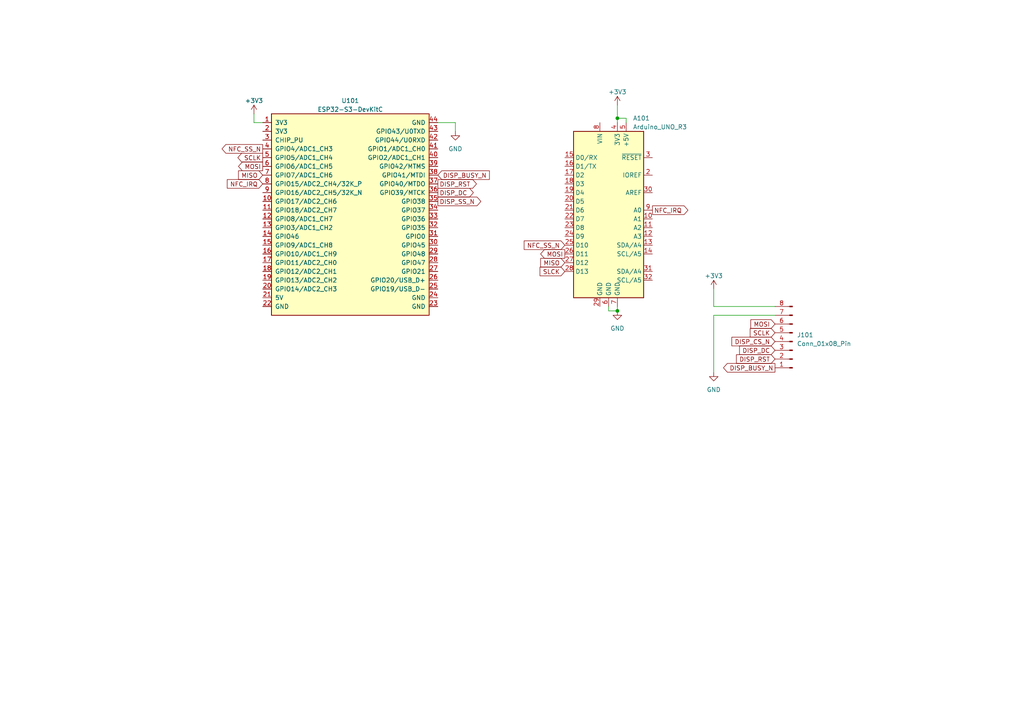
<source format=kicad_sch>
(kicad_sch (version 20230121) (generator eeschema)
  (paper "A4")
  (title_block (title "FabReader2 Prototype") (date "2023-02-21") (rev "0.1") (company "RLKM UG (haftungsbeschränkt)") (comment 1 "Autoren: Kai Kriegel"))
  (lib_symbols
    (symbol "Connector:Conn_01x08_Pin" (pin_names (offset 1.016) hide)
      (property "Reference" "J" (at 0 10.16 0))
      (property "Value" "Conn_01x08_Pin" (at 0 -12.7 0))
      (symbol "Conn_01x08_Pin_1_1"
        (polyline (pts (xy 1.27 -10.16) (xy 0.8636 -10.16)) (stroke (width 0.1524)))
        (polyline (pts (xy 1.27 -7.62) (xy 0.8636 -7.62)) (stroke (width 0.1524)))
        (polyline (pts (xy 1.27 -5.08) (xy 0.8636 -5.08)) (stroke (width 0.1524)))
        (polyline (pts (xy 1.27 -2.54) (xy 0.8636 -2.54)) (stroke (width 0.1524)))
        (polyline (pts (xy 1.27 0) (xy 0.8636 0)) (stroke (width 0.1524)))
        (polyline (pts (xy 1.27 2.54) (xy 0.8636 2.54)) (stroke (width 0.1524)))
        (polyline (pts (xy 1.27 5.08) (xy 0.8636 5.08)) (stroke (width 0.1524)))
        (polyline (pts (xy 1.27 7.62) (xy 0.8636 7.62)) (stroke (width 0.1524)))
        (rectangle (start 0.8636 -10.033) (end 0 -10.287) (stroke (width 0.1524)) (fill (type outline)))
        (rectangle (start 0.8636 -7.493) (end 0 -7.747) (stroke (width 0.1524)) (fill (type outline)))
        (rectangle (start 0.8636 -4.953) (end 0 -5.207) (stroke (width 0.1524)) (fill (type outline)))
        (rectangle (start 0.8636 -2.413) (end 0 -2.667) (stroke (width 0.1524)) (fill (type outline)))
        (rectangle (start 0.8636 0.127) (end 0 -0.127) (stroke (width 0.1524)) (fill (type outline)))
        (rectangle (start 0.8636 2.667) (end 0 2.413) (stroke (width 0.1524)) (fill (type outline)))
        (rectangle (start 0.8636 5.207) (end 0 4.953) (stroke (width 0.1524)) (fill (type outline)))
        (rectangle (start 0.8636 7.747) (end 0 7.493) (stroke (width 0.1524)) (fill (type outline)))
        (pin passive line (at 5.08 7.62 180) (length 3.81) (name "Pin_1") (number "1"))
        (pin passive line (at 5.08 5.08 180) (length 3.81) (name "Pin_2") (number "2"))
        (pin passive line (at 5.08 2.54 180) (length 3.81) (name "Pin_3") (number "3"))
        (pin passive line (at 5.08 0 180) (length 3.81) (name "Pin_4") (number "4"))
        (pin passive line (at 5.08 -2.54 180) (length 3.81) (name "Pin_5") (number "5"))
        (pin passive line (at 5.08 -5.08 180) (length 3.81) (name "Pin_6") (number "6"))
        (pin passive line (at 5.08 -7.62 180) (length 3.81) (name "Pin_7") (number "7"))
        (pin passive line (at 5.08 -10.16 180) (length 3.81) (name "Pin_8") (number "8"))
      )
    )
    (symbol "Espressif:ESP32-S3-DevKitC" (pin_names (offset 1.016))
      (property "Reference" "U" (at -22.86 33.02 0))
      (property "Value" "ESP32-S3-DevKitC" (at -22.86 30.48 0))
      (symbol "ESP32-S3-DevKitC_0_0"
        (pin bidirectional line (at -25.4 -7.62 0) (length 2.54) (name "GPIO46") (number "14"))
        (pin bidirectional line (at -25.4 -20.32 0) (length 2.54) (name "GPIO13/ADC2_CH2") (number "19"))
        (pin power_in line (at -25.4 22.86 0) (length 2.54) (name "3V3") (number "2"))
        (pin bidirectional line (at 25.4 12.7 180) (length 2.54) (name "GPIO42/MTMS") (number "39"))
        (pin bidirectional line (at 25.4 15.24 180) (length 2.54) (name "GPIO2/ADC1_CH1") (number "40"))
        (pin bidirectional line (at 25.4 17.78 180) (length 2.54) (name "GPIO1/ADC1_CH0") (number "41"))
        (pin bidirectional line (at 25.4 20.32 180) (length 2.54) (name "GPIO44/U0RXD") (number "42"))
        (pin bidirectional line (at 25.4 22.86 180) (length 2.54) (name "GPIO43/U0TXD") (number "43"))
        (pin power_in line (at 25.4 25.4 180) (length 2.54) (name "GND") (number "44"))
      )
      (symbol "ESP32-S3-DevKitC_0_1"
        (rectangle (start -22.86 27.94) (end 22.86 -30.48) (stroke (width 0.254)) (fill (type background)))
      )
      (symbol "ESP32-S3-DevKitC_1_1"
        (pin power_in line (at -25.4 25.4 0) (length 2.54) (name "3V3") (number "1"))
        (pin bidirectional line (at -25.4 2.54 0) (length 2.54) (name "GPIO17/ADC2_CH6") (number "10"))
        (pin bidirectional line (at -25.4 0 0) (length 2.54) (name "GPIO18/ADC2_CH7") (number "11"))
        (pin bidirectional line (at -25.4 -2.54 0) (length 2.54) (name "GPIO8/ADC1_CH7") (number "12"))
        (pin bidirectional line (at -25.4 -5.08 0) (length 2.54) (name "GPIO3/ADC1_CH2") (number "13"))
        (pin bidirectional line (at -25.4 -10.16 0) (length 2.54) (name "GPIO9/ADC1_CH8") (number "15"))
        (pin bidirectional line (at -25.4 -12.7 0) (length 2.54) (name "GPIO10/ADC1_CH9") (number "16"))
        (pin bidirectional line (at -25.4 -15.24 0) (length 2.54) (name "GPIO11/ADC2_CH0") (number "17"))
        (pin bidirectional line (at -25.4 -17.78 0) (length 2.54) (name "GPIO12/ADC2_CH1") (number "18"))
        (pin bidirectional line (at -25.4 -22.86 0) (length 2.54) (name "GPIO14/ADC2_CH3") (number "20"))
        (pin power_in line (at -25.4 -25.4 0) (length 2.54) (name "5V") (number "21"))
        (pin power_in line (at -25.4 -27.94 0) (length 2.54) (name "GND") (number "22"))
        (pin power_in line (at 25.4 -27.94 180) (length 2.54) (name "GND") (number "23"))
        (pin power_in line (at 25.4 -25.4 180) (length 2.54) (name "GND") (number "24"))
        (pin bidirectional line (at 25.4 -22.86 180) (length 2.54) (name "GPIO19/USB_D-") (number "25"))
        (pin bidirectional line (at 25.4 -20.32 180) (length 2.54) (name "GPIO20/USB_D+") (number "26"))
        (pin bidirectional line (at 25.4 -17.78 180) (length 2.54) (name "GPIO21") (number "27"))
        (pin bidirectional line (at 25.4 -15.24 180) (length 2.54) (name "GPIO47") (number "28"))
        (pin bidirectional line (at 25.4 -12.7 180) (length 2.54) (name "GPIO48") (number "29"))
        (pin input line (at -25.4 20.32 0) (length 2.54) (name "CHIP_PU") (number "3"))
        (pin bidirectional line (at 25.4 -10.16 180) (length 2.54) (name "GPIO45") (number "30"))
        (pin bidirectional line (at 25.4 -7.62 180) (length 2.54) (name "GPIO0") (number "31"))
        (pin bidirectional line (at 25.4 -5.08 180) (length 2.54) (name "GPIO35") (number "32"))
        (pin bidirectional line (at 25.4 -2.54 180) (length 2.54) (name "GPIO36") (number "33"))
        (pin bidirectional line (at 25.4 0 180) (length 2.54) (name "GPIO37") (number "34"))
        (pin bidirectional line (at 25.4 2.54 180) (length 2.54) (name "GPIO38") (number "35"))
        (pin bidirectional line (at 25.4 5.08 180) (length 2.54) (name "GPIO39/MTCK") (number "36"))
        (pin bidirectional line (at 25.4 7.62 180) (length 2.54) (name "GPIO40/MTDO") (number "37"))
        (pin bidirectional line (at 25.4 10.16 180) (length 2.54) (name "GPIO41/MTDI") (number "38"))
        (pin bidirectional line (at -25.4 17.78 0) (length 2.54) (name "GPIO4/ADC1_CH3") (number "4"))
        (pin bidirectional line (at -25.4 15.24 0) (length 2.54) (name "GPIO5/ADC1_CH4") (number "5"))
        (pin bidirectional line (at -25.4 12.7 0) (length 2.54) (name "GPIO6/ADC1_CH5") (number "6"))
        (pin bidirectional line (at -25.4 10.16 0) (length 2.54) (name "GPIO7/ADC1_CH6") (number "7"))
        (pin bidirectional line (at -25.4 7.62 0) (length 2.54) (name "GPIO15/ADC2_CH4/32K_P") (number "8"))
        (pin bidirectional line (at -25.4 5.08 0) (length 2.54) (name "GPIO16/ADC2_CH5/32K_N") (number "9"))
      )
    )
    (symbol "MCU_Module:Arduino_UNO_R3"
      (property "Reference" "A" (at -10.16 23.495 0))
      (property "Value" "Arduino_UNO_R3" (at 5.08 -26.67 0))
      (symbol "Arduino_UNO_R3_0_1"
        (rectangle (start -10.16 22.86) (end 10.16 -25.4) (stroke (width 0.254)) (fill (type background)))
      )
      (symbol "Arduino_UNO_R3_1_1"
        (pin no_connect line (at -10.16 -20.32 0) (length 2.54) hide (name "NC") (number "1"))
        (pin bidirectional line (at 12.7 -2.54 180) (length 2.54) (name "A1") (number "10"))
        (pin bidirectional line (at 12.7 -5.08 180) (length 2.54) (name "A2") (number "11"))
        (pin bidirectional line (at 12.7 -7.62 180) (length 2.54) (name "A3") (number "12"))
        (pin bidirectional line (at 12.7 -10.16 180) (length 2.54) (name "SDA/A4") (number "13"))
        (pin bidirectional line (at 12.7 -12.7 180) (length 2.54) (name "SCL/A5") (number "14"))
        (pin bidirectional line (at -12.7 15.24 0) (length 2.54) (name "D0/RX") (number "15"))
        (pin bidirectional line (at -12.7 12.7 0) (length 2.54) (name "D1/TX") (number "16"))
        (pin bidirectional line (at -12.7 10.16 0) (length 2.54) (name "D2") (number "17"))
        (pin bidirectional line (at -12.7 7.62 0) (length 2.54) (name "D3") (number "18"))
        (pin bidirectional line (at -12.7 5.08 0) (length 2.54) (name "D4") (number "19"))
        (pin output line (at 12.7 10.16 180) (length 2.54) (name "IOREF") (number "2"))
        (pin bidirectional line (at -12.7 2.54 0) (length 2.54) (name "D5") (number "20"))
        (pin bidirectional line (at -12.7 0 0) (length 2.54) (name "D6") (number "21"))
        (pin bidirectional line (at -12.7 -2.54 0) (length 2.54) (name "D7") (number "22"))
        (pin bidirectional line (at -12.7 -5.08 0) (length 2.54) (name "D8") (number "23"))
        (pin bidirectional line (at -12.7 -7.62 0) (length 2.54) (name "D9") (number "24"))
        (pin bidirectional line (at -12.7 -10.16 0) (length 2.54) (name "D10") (number "25"))
        (pin bidirectional line (at -12.7 -12.7 0) (length 2.54) (name "D11") (number "26"))
        (pin bidirectional line (at -12.7 -15.24 0) (length 2.54) (name "D12") (number "27"))
        (pin bidirectional line (at -12.7 -17.78 0) (length 2.54) (name "D13") (number "28"))
        (pin power_in line (at -2.54 -27.94 90) (length 2.54) (name "GND") (number "29"))
        (pin input line (at 12.7 15.24 180) (length 2.54) (name "~{RESET}") (number "3"))
        (pin input line (at 12.7 5.08 180) (length 2.54) (name "AREF") (number "30"))
        (pin bidirectional line (at 12.7 -17.78 180) (length 2.54) (name "SDA/A4") (number "31"))
        (pin bidirectional line (at 12.7 -20.32 180) (length 2.54) (name "SCL/A5") (number "32"))
        (pin power_out line (at 2.54 25.4 270) (length 2.54) (name "3V3") (number "4"))
        (pin power_out line (at 5.08 25.4 270) (length 2.54) (name "+5V") (number "5"))
        (pin power_in line (at 0 -27.94 90) (length 2.54) (name "GND") (number "6"))
        (pin power_in line (at 2.54 -27.94 90) (length 2.54) (name "GND") (number "7"))
        (pin power_in line (at -2.54 25.4 270) (length 2.54) (name "VIN") (number "8"))
        (pin bidirectional line (at 12.7 0 180) (length 2.54) (name "A0") (number "9"))
      )
    )
    (symbol "power:+3V3" (power) (pin_names (offset 0))
      (property "Value" "+3V3" (at 0 3.556 0))
      (symbol "+3V3_0_1"
        (polyline (pts (xy -0.762 1.27) (xy 0 2.54)))
        (polyline (pts (xy 0 0) (xy 0 2.54)))
        (polyline (pts (xy 0 2.54) (xy 0.762 1.27)))
      )
      (symbol "+3V3_1_1"
        (pin power_in line (at 0 0 90) (length 0) hide (name "+3V3") (number "1"))
      )
    )
    (symbol "power:GND" (power) (pin_names (offset 0))
      (property "Value" "GND" (at 0 -3.81 0))
      (symbol "GND_0_1"
        (polyline (pts (xy 0 0) (xy 0 -1.27) (xy 1.27 -1.27) (xy 0 -2.54) (xy -1.27 -1.27) (xy 0 -1.27)))
      )
      (symbol "GND_1_1"
        (pin power_in line (at 0 0 270) (length 0) hide (name "GND") (number "1"))
      )
    )
  )
  (junction (at 179.07 34.29))
  (junction (at 179.07 90.17))
  (wire (pts (xy 224.79 88.9) (xy 207.01 88.9)))
  (wire (pts (xy 181.61 35.56) (xy 181.61 34.29)))
  (wire (pts (xy 179.07 34.29) (xy 179.07 35.56)))
  (wire (pts (xy 176.53 90.17) (xy 179.07 90.17)))
  (wire (pts (xy 179.07 30.48) (xy 179.07 34.29)))
  (wire (pts (xy 73.66 35.56) (xy 76.2 35.56)))
  (wire (pts (xy 181.61 34.29) (xy 179.07 34.29)))
  (wire (pts (xy 207.01 88.9) (xy 207.01 83.82)))
  (wire (pts (xy 132.08 35.56) (xy 127 35.56)))
  (wire (pts (xy 132.08 38.1) (xy 132.08 35.56)))
  (wire (pts (xy 224.79 91.44) (xy 207.01 91.44)))
  (wire (pts (xy 207.01 91.44) (xy 207.01 107.95)))
  (wire (pts (xy 73.66 33.02) (xy 73.66 35.56)))
  (wire (pts (xy 176.53 88.9) (xy 176.53 90.17)))
  (wire (pts (xy 179.07 90.17) (xy 179.07 88.9)))
  (global_label "DISP_SS_N" (shape output) (at 127 58.42 0) (property "Intersheetrefs" "${INTERSHEET_REFS}" (effects hide)))
  (global_label "MOSI" (shape output) (at 163.83 73.66 180) (property "Intersheetrefs" "${INTERSHEET_REFS}" (effects hide)))
  (global_label "DISP_DC" (shape input) (at 224.79 101.6 180) (property "Intersheetrefs" "${INTERSHEET_REFS}" (effects hide)))
  (global_label "NFC_IRQ" (shape output) (at 189.23 60.96 0) (property "Intersheetrefs" "${INTERSHEET_REFS}" (effects hide)))
  (global_label "DISP_CS_N" (shape input) (at 224.79 99.06 180) (property "Intersheetrefs" "${INTERSHEET_REFS}" (effects hide)))
  (global_label "SCLK" (shape input) (at 224.79 96.52 180) (property "Intersheetrefs" "${INTERSHEET_REFS}" (effects hide)))
  (global_label "MISO" (shape input) (at 163.83 76.2 180) (property "Intersheetrefs" "${INTERSHEET_REFS}" (effects hide)))
  (global_label "NFC_IRQ" (shape input) (at 76.2 53.34 180) (property "Intersheetrefs" "${INTERSHEET_REFS}" (effects hide)))
  (global_label "NFC_SS_N" (shape input) (at 163.83 71.12 180) (property "Intersheetrefs" "${INTERSHEET_REFS}" (effects hide)))
  (global_label "DISP_BUSY_N" (shape input) (at 127 50.8 0) (property "Intersheetrefs" "${INTERSHEET_REFS}" (effects hide)))
  (global_label "MISO" (shape input) (at 76.2 50.8 180) (property "Intersheetrefs" "${INTERSHEET_REFS}" (effects hide)))
  (global_label "NFC_SS_N" (shape output) (at 76.2 43.18 180) (property "Intersheetrefs" "${INTERSHEET_REFS}" (effects hide)))
  (global_label "DISP_RST" (shape input) (at 224.79 104.14 180) (property "Intersheetrefs" "${INTERSHEET_REFS}" (effects hide)))
  (global_label "DISP_BUSY_N" (shape output) (at 224.79 106.68 180) (property "Intersheetrefs" "${INTERSHEET_REFS}" (effects hide)))
  (global_label "DISP_RST" (shape output) (at 127 53.34 0) (property "Intersheetrefs" "${INTERSHEET_REFS}" (effects hide)))
  (global_label "SLCK" (shape input) (at 163.83 78.74 180) (property "Intersheetrefs" "${INTERSHEET_REFS}" (effects hide)))
  (global_label "DISP_DC" (shape output) (at 127 55.88 0) (property "Intersheetrefs" "${INTERSHEET_REFS}" (effects hide)))
  (global_label "MOSI" (shape input) (at 224.79 93.98 180) (property "Intersheetrefs" "${INTERSHEET_REFS}" (effects hide)))
  (global_label "SCLK" (shape output) (at 76.2 45.72 180) (property "Intersheetrefs" "${INTERSHEET_REFS}" (effects hide)))
  (global_label "MOSI" (shape output) (at 76.2 48.26 180) (property "Intersheetrefs" "${INTERSHEET_REFS}" (effects hide)))
  (symbol (lib_id "power:+3V3") (at 179.07 30.48 0) (unit 1)
    (property "Reference" "#PWR0105" (effects hide))
    (property "Value" "+3V3" (at 179.07 26.67 0))
  )
  (symbol (lib_id "Connector:Conn_01x08_Pin") (at 229.87 99.06 180) (unit 1)
    (property "Reference" "J101" (at 231.14 97.155 0) (effects (justify right)))
    (property "Value" "Conn_01x08_Pin" (at 231.14 99.695 0) (effects (justify right)))
    (property "Footprint" "Connector_PinHeader_2.54mm:PinHeader_1x08_P2.54mm_Vertical" (effects hide))
  )
  (symbol (lib_id "power:GND") (at 132.08 38.1 0) (unit 1)
    (property "Reference" "#PWR0102" (effects hide))
    (property "Value" "GND" (at 132.08 43.18 0))
  )
  (symbol (lib_id "power:GND") (at 207.01 107.95 0) (unit 1)
    (property "Reference" "#PWR0103" (effects hide))
    (property "Value" "GND" (at 207.01 113.03 0))
  )
  (symbol (lib_id "power:GND") (at 179.07 90.17 0) (unit 1)
    (property "Reference" "#PWR0106" (effects hide))
    (property "Value" "GND" (at 179.07 95.25 0))
  )
  (symbol (lib_id "power:+3V3") (at 207.01 83.82 0) (unit 1)
    (property "Reference" "#PWR0104" (effects hide))
    (property "Value" "+3V3" (at 207.01 80.01 0))
  )
  (symbol (lib_id "Espressif:ESP32-S3-DevKitC") (at 101.6 60.96 0) (unit 1)
    (property "Reference" "U101" (at 101.6 29.21 0))
    (property "Value" "ESP32-S3-DevKitC" (at 101.6 31.75 0))
    (property "Footprint" "Espressif:ESP32-S3-DevKitC" (effects hide))
  )
  (symbol (lib_id "power:+3V3") (at 73.66 33.02 0) (unit 1)
    (property "Reference" "#PWR0101" (effects hide))
    (property "Value" "+3V3" (at 73.66 29.21 0))
  )
  (symbol (lib_id "MCU_Module:Arduino_UNO_R3") (at 176.53 60.96 0) (unit 1)
    (property "Reference" "A101" (at 183.5659 34.29 0) (effects (justify left)))
    (property "Value" "Arduino_UNO_R3" (at 183.5659 36.83 0) (effects (justify left)))
    (property "Footprint" "Module:Arduino_UNO_R3" (effects hide))
    (property "Datasheet" "https://www.arduino.cc/en/Main/arduinoBoardUno" (effects hide))
  )
)
</source>
